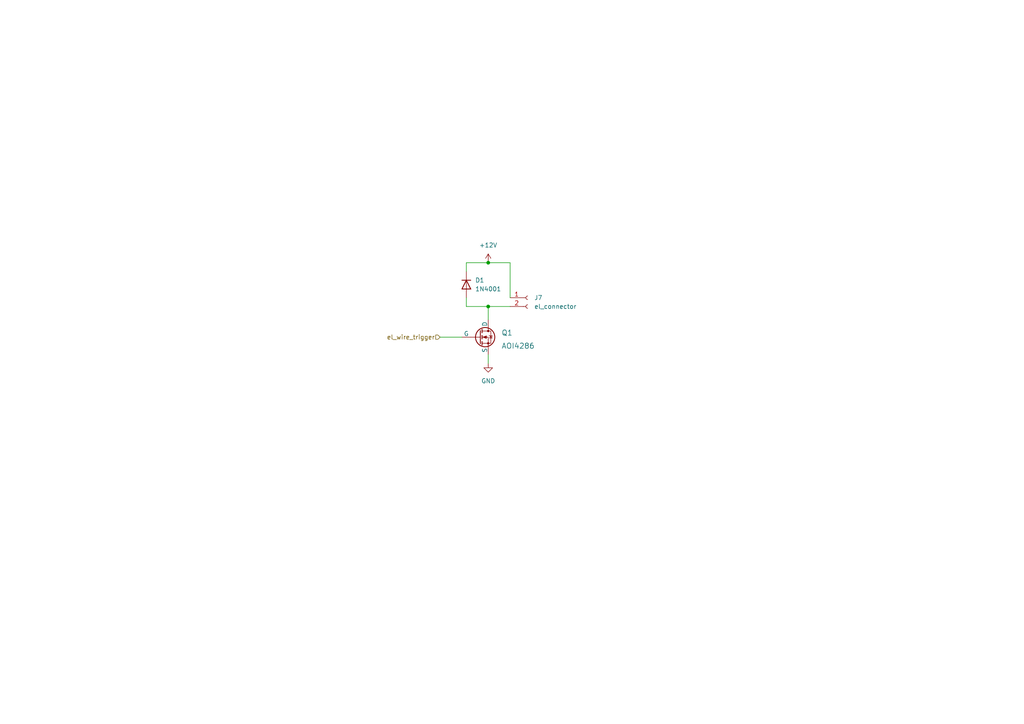
<source format=kicad_sch>
(kicad_sch (version 20211123) (generator eeschema)
  (paper "A4")
  (lib_symbols
    (symbol "AOI4286:AOI4286" (pin_numbers hide) (pin_names (offset 0))
      (property "Reference" "Q" (at 10.922 2.794 0))
      (property "Value" "AOI4286" (at 13.97 -4.318 0))
      (symbol "AOI4286_0_1"
        (polyline (pts (xy 5.334 0) (xy 2.54 0)))
        (polyline (pts (xy 5.334 1.905) (xy 5.334 -1.905)) (stroke (width 0.254)))
        (polyline (pts (xy 5.842 -1.27) (xy 5.842 -2.286)) (stroke (width 0.254)))
        (polyline (pts (xy 5.842 0.508) (xy 5.842 -0.508)) (stroke (width 0.254)))
        (polyline (pts (xy 5.842 2.286) (xy 5.842 1.27)) (stroke (width 0.254)))
        (polyline (pts (xy 7.62 2.54) (xy 7.62 1.778)))
        (polyline (pts (xy 7.62 -2.54) (xy 7.62 0) (xy 5.842 0)))
        (polyline (pts (xy 5.842 -1.778) (xy 8.382 -1.778) (xy 8.382 1.778) (xy 5.842 1.778)))
        (polyline (pts (xy 6.096 0) (xy 7.112 0.381) (xy 7.112 -0.381) (xy 6.096 0)) (fill (type outline)))
        (polyline (pts (xy 7.874 0.508) (xy 8.001 0.381) (xy 8.763 0.381) (xy 8.89 0.254)))
        (polyline (pts (xy 8.382 0.381) (xy 8.001 -0.254) (xy 8.763 -0.254) (xy 8.382 0.381)))
        (circle (center 6.731 0) (radius 2.794) (stroke (width 0.254)))
        (circle (center 7.62 -1.778) (radius 0.254) (fill (type outline)))
        (circle (center 7.62 1.778) (radius 0.254) (fill (type outline)))
      )
      (symbol "AOI4286_1_1"
        (pin input line (at 0 0 0) (length 2.54) (name "G") (number "1"))
        (pin passive line (at 7.62 5.08 270) (length 2.54) (name "D") (number "2"))
        (pin passive line (at 7.62 -5.08 90) (length 2.54) (name "S") (number "3"))
      )
    )
    (symbol "Connector:Conn_01x02_Female" (pin_names (offset 1.016) hide)
      (property "Reference" "J" (at 0 2.54 0))
      (property "Value" "Conn_01x02_Female" (at 0 -5.08 0))
      (symbol "Conn_01x02_Female_1_1"
        (arc (start 0 -2.032) (mid -0.508 -2.54) (end 0 -3.048) (stroke (width 0.1524)))
        (polyline (pts (xy -1.27 -2.54) (xy -0.508 -2.54)) (stroke (width 0.1524)))
        (polyline (pts (xy -1.27 0) (xy -0.508 0)) (stroke (width 0.1524)))
        (arc (start 0 0.508) (mid -0.508 0) (end 0 -0.508) (stroke (width 0.1524)))
        (pin passive line (at -5.08 0 0) (length 3.81) (name "Pin_1") (number "1"))
        (pin passive line (at -5.08 -2.54 0) (length 3.81) (name "Pin_2") (number "2"))
      )
    )
    (symbol "Diode:1N4001" (pin_numbers hide) (pin_names (offset 1.016) hide)
      (property "Reference" "D" (at 0 2.54 0))
      (property "Value" "1N4001" (at 0 -2.54 0))
      (symbol "1N4001_0_1"
        (polyline (pts (xy -1.27 1.27) (xy -1.27 -1.27)) (stroke (width 0.254)))
        (polyline (pts (xy 1.27 0) (xy -1.27 0)))
        (polyline (pts (xy 1.27 1.27) (xy 1.27 -1.27) (xy -1.27 0) (xy 1.27 1.27)) (stroke (width 0.254)))
      )
      (symbol "1N4001_1_1"
        (pin passive line (at -3.81 0 0) (length 2.54) (name "K") (number "1"))
        (pin passive line (at 3.81 0 180) (length 2.54) (name "A") (number "2"))
      )
    )
    (symbol "power:+12V" (power) (pin_names (offset 0))
      (property "Value" "+12V" (at 0 3.556 0))
      (symbol "+12V_0_1"
        (polyline (pts (xy -0.762 1.27) (xy 0 2.54)))
        (polyline (pts (xy 0 0) (xy 0 2.54)))
        (polyline (pts (xy 0 2.54) (xy 0.762 1.27)))
      )
      (symbol "+12V_1_1"
        (pin power_in line (at 0 0 90) (length 0) hide (name "+12V") (number "1"))
      )
    )
    (symbol "power:GND" (power) (pin_names (offset 0))
      (property "Value" "GND" (at 0 -3.81 0))
      (symbol "GND_0_1"
        (polyline (pts (xy 0 0) (xy 0 -1.27) (xy 1.27 -1.27) (xy 0 -2.54) (xy -1.27 -1.27) (xy 0 -1.27)))
      )
      (symbol "GND_1_1"
        (pin power_in line (at 0 0 270) (length 0) hide (name "GND") (number "1"))
      )
    )
  )
  (junction (at 141.605 88.9))
  (junction (at 141.605 76.2))
  (wire (pts (xy 147.955 76.2) (xy 141.605 76.2)))
  (wire (pts (xy 147.955 86.36) (xy 147.955 76.2)))
  (wire (pts (xy 135.255 88.9) (xy 141.605 88.9)))
  (wire (pts (xy 147.955 88.9) (xy 141.605 88.9)))
  (wire (pts (xy 127.635 97.79) (xy 133.985 97.79)))
  (wire (pts (xy 141.605 88.9) (xy 141.605 92.71)))
  (wire (pts (xy 141.605 102.87) (xy 141.605 105.41)))
  (wire (pts (xy 135.255 76.2) (xy 135.255 78.74)))
  (wire (pts (xy 135.255 86.36) (xy 135.255 88.9)))
  (wire (pts (xy 141.605 76.2) (xy 135.255 76.2)))
  (hierarchical_label "el_wire_trigger" (shape input) (at 127.635 97.79 180))
  (symbol (lib_id "Diode:1N4001") (at 135.255 82.55 270) (unit 1)
    (property "Reference" "D1" (at 137.795 81.2799 90) (effects (justify left)))
    (property "Value" "1N4001" (at 137.795 83.8199 90) (effects (justify left)))
    (property "Footprint" "Diode_THT:D_DO-41_SOD81_P10.16mm_Horizontal" (effects hide))
    (property "Datasheet" "http://www.vishay.com/docs/88503/1n4001.pdf" (effects hide))
  )
  (symbol (lib_id "power:+12V") (at 141.605 76.2 0) (unit 1)
    (property "Reference" "#PWR0122" (effects hide))
    (property "Value" "+12V" (at 141.605 71.12 0))
  )
  (symbol (lib_id "Connector:Conn_01x02_Female") (at 153.035 86.36 0) (unit 1)
    (property "Reference" "J7" (at 154.94 86.3599 0) (effects (justify left)))
    (property "Value" "el_connector" (at 154.94 88.8999 0) (effects (justify left)))
    (property "Footprint" "Connector_JST:JST_XH_B2B-XH-A_1x02_P2.50mm_Vertical" (effects hide))
  )
  (symbol (lib_id "AOI4286:AOI4286") (at 133.985 97.79 0) (unit 1)
    (property "Reference" "Q1" (at 145.415 96.52 0) (effects (font (size 1.524 1.524)) (justify left)))
    (property "Value" "AOI4286" (at 145.415 100.33 0) (effects (font (size 1.524 1.524)) (justify left)))
    (property "Footprint" "AOI4286:AOI4286" (effects hide))
  )
  (symbol (lib_id "power:GND") (at 141.605 105.41 0) (unit 1)
    (property "Reference" "#PWR0121" (effects hide))
    (property "Value" "GND" (at 141.605 110.49 0))
  )
)
</source>
